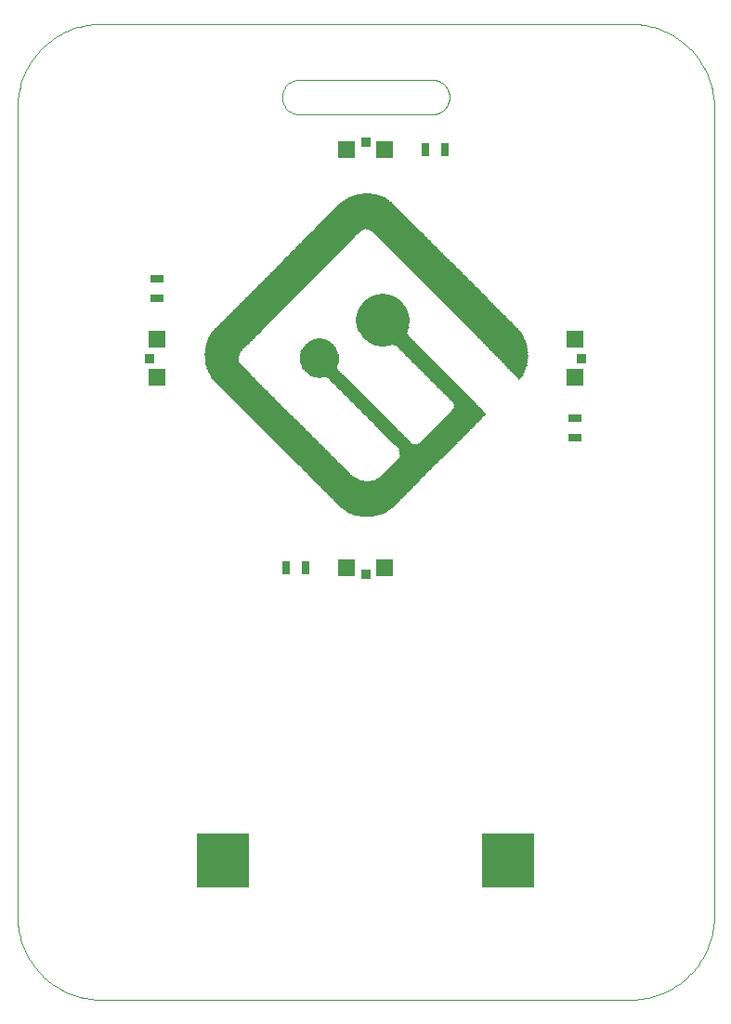
<source format=gbp>
G75*
%MOIN*%
%OFA0B0*%
%FSLAX24Y24*%
%IPPOS*%
%LPD*%
%AMOC8*
5,1,8,0,0,1.08239X$1,22.5*
%
%ADD10C,0.0000*%
%ADD11R,0.0324X0.0018*%
%ADD12R,0.0558X0.0018*%
%ADD13R,0.0738X0.0018*%
%ADD14R,0.0864X0.0018*%
%ADD15R,0.0990X0.0018*%
%ADD16R,0.1062X0.0018*%
%ADD17R,0.1170X0.0018*%
%ADD18R,0.1242X0.0018*%
%ADD19R,0.1314X0.0018*%
%ADD20R,0.1386X0.0018*%
%ADD21R,0.1458X0.0018*%
%ADD22R,0.1512X0.0018*%
%ADD23R,0.1566X0.0018*%
%ADD24R,0.1638X0.0018*%
%ADD25R,0.1674X0.0018*%
%ADD26R,0.1728X0.0018*%
%ADD27R,0.1764X0.0018*%
%ADD28R,0.1818X0.0018*%
%ADD29R,0.1854X0.0018*%
%ADD30R,0.1890X0.0018*%
%ADD31R,0.1926X0.0018*%
%ADD32R,0.1962X0.0018*%
%ADD33R,0.1998X0.0018*%
%ADD34R,0.2034X0.0018*%
%ADD35R,0.2070X0.0018*%
%ADD36R,0.2106X0.0018*%
%ADD37R,0.2142X0.0018*%
%ADD38R,0.2178X0.0018*%
%ADD39R,0.2214X0.0018*%
%ADD40R,0.2250X0.0018*%
%ADD41R,0.2286X0.0018*%
%ADD42R,0.2322X0.0018*%
%ADD43R,0.2358X0.0018*%
%ADD44R,0.2394X0.0018*%
%ADD45R,0.2430X0.0018*%
%ADD46R,0.2466X0.0018*%
%ADD47R,0.2502X0.0018*%
%ADD48R,0.2538X0.0018*%
%ADD49R,0.2574X0.0018*%
%ADD50R,0.2610X0.0018*%
%ADD51R,0.2646X0.0018*%
%ADD52R,0.2682X0.0018*%
%ADD53R,0.2718X0.0018*%
%ADD54R,0.2754X0.0018*%
%ADD55R,0.2790X0.0018*%
%ADD56R,0.2826X0.0018*%
%ADD57R,0.2862X0.0018*%
%ADD58R,0.2898X0.0018*%
%ADD59R,0.2934X0.0018*%
%ADD60R,0.2970X0.0018*%
%ADD61R,0.3006X0.0018*%
%ADD62R,0.3042X0.0018*%
%ADD63R,0.3078X0.0018*%
%ADD64R,0.3114X0.0018*%
%ADD65R,0.3150X0.0018*%
%ADD66R,0.3186X0.0018*%
%ADD67R,0.3222X0.0018*%
%ADD68R,0.3258X0.0018*%
%ADD69R,0.3294X0.0018*%
%ADD70R,0.3330X0.0018*%
%ADD71R,0.3366X0.0018*%
%ADD72R,0.3402X0.0018*%
%ADD73R,0.3438X0.0018*%
%ADD74R,0.3474X0.0018*%
%ADD75R,0.3510X0.0018*%
%ADD76R,0.3546X0.0018*%
%ADD77R,0.3582X0.0018*%
%ADD78R,0.3618X0.0018*%
%ADD79R,0.3654X0.0018*%
%ADD80R,0.3690X0.0018*%
%ADD81R,0.3726X0.0018*%
%ADD82R,0.1800X0.0018*%
%ADD83R,0.1746X0.0018*%
%ADD84R,0.1656X0.0018*%
%ADD85R,0.1602X0.0018*%
%ADD86R,0.1584X0.0018*%
%ADD87R,0.1620X0.0018*%
%ADD88R,0.1602X0.0018*%
%ADD89R,0.1548X0.0018*%
%ADD90R,0.1530X0.0018*%
%ADD91R,0.1584X0.0018*%
%ADD92R,0.1674X0.0018*%
%ADD93R,0.1692X0.0018*%
%ADD94R,0.1710X0.0018*%
%ADD95R,0.1872X0.0018*%
%ADD96R,0.1908X0.0018*%
%ADD97R,0.1944X0.0018*%
%ADD98R,0.1980X0.0018*%
%ADD99R,0.2016X0.0018*%
%ADD100R,0.2052X0.0018*%
%ADD101R,0.2088X0.0018*%
%ADD102R,0.2124X0.0018*%
%ADD103R,0.2160X0.0018*%
%ADD104R,0.1440X0.0018*%
%ADD105R,0.0684X0.0018*%
%ADD106R,0.0666X0.0018*%
%ADD107R,0.1368X0.0018*%
%ADD108R,0.1350X0.0018*%
%ADD109R,0.0648X0.0018*%
%ADD110R,0.1332X0.0018*%
%ADD111R,0.1296X0.0018*%
%ADD112R,0.1260X0.0018*%
%ADD113R,0.1224X0.0018*%
%ADD114R,0.1188X0.0018*%
%ADD115R,0.1152X0.0018*%
%ADD116R,0.1116X0.0018*%
%ADD117R,0.1080X0.0018*%
%ADD118R,0.1026X0.0018*%
%ADD119R,0.0972X0.0018*%
%ADD120R,0.0936X0.0018*%
%ADD121R,0.0918X0.0018*%
%ADD122R,0.0900X0.0018*%
%ADD123R,0.0882X0.0018*%
%ADD124R,0.0846X0.0018*%
%ADD125R,0.0828X0.0018*%
%ADD126R,0.0810X0.0018*%
%ADD127R,0.0792X0.0018*%
%ADD128R,0.0792X0.0018*%
%ADD129R,0.0018X0.0018*%
%ADD130R,0.0054X0.0018*%
%ADD131R,0.1512X0.0018*%
%ADD132R,0.0090X0.0018*%
%ADD133R,0.0108X0.0018*%
%ADD134R,0.0126X0.0018*%
%ADD135R,0.0144X0.0018*%
%ADD136R,0.1494X0.0018*%
%ADD137R,0.0342X0.0018*%
%ADD138R,0.0720X0.0018*%
%ADD139R,0.0180X0.0018*%
%ADD140R,0.1134X0.0018*%
%ADD141R,0.0198X0.0018*%
%ADD142R,0.0234X0.0018*%
%ADD143R,0.1476X0.0018*%
%ADD144R,0.0270X0.0018*%
%ADD145R,0.0288X0.0018*%
%ADD146R,0.1206X0.0018*%
%ADD147R,0.0378X0.0018*%
%ADD148R,0.1224X0.0018*%
%ADD149R,0.0396X0.0018*%
%ADD150R,0.0432X0.0018*%
%ADD151R,0.0450X0.0018*%
%ADD152R,0.1422X0.0018*%
%ADD153R,0.1242X0.0018*%
%ADD154R,0.0486X0.0018*%
%ADD155R,0.1422X0.0018*%
%ADD156R,0.0504X0.0018*%
%ADD157R,0.1404X0.0018*%
%ADD158R,0.0522X0.0018*%
%ADD159R,0.0576X0.0018*%
%ADD160R,0.0594X0.0018*%
%ADD161R,0.0630X0.0018*%
%ADD162R,0.1332X0.0018*%
%ADD163R,0.0702X0.0018*%
%ADD164R,0.1278X0.0018*%
%ADD165R,0.0774X0.0018*%
%ADD166R,0.0882X0.0018*%
%ADD167R,0.0954X0.0018*%
%ADD168R,0.1404X0.0018*%
%ADD169R,0.1008X0.0018*%
%ADD170R,0.1044X0.0018*%
%ADD171R,0.1062X0.0018*%
%ADD172R,0.1098X0.0018*%
%ADD173R,0.1152X0.0018*%
%ADD174R,0.0774X0.0018*%
%ADD175R,0.1044X0.0018*%
%ADD176R,0.0432X0.0018*%
%ADD177R,0.0702X0.0018*%
%ADD178R,0.0216X0.0018*%
%ADD179R,0.1692X0.0018*%
%ADD180R,0.1764X0.0018*%
%ADD181R,0.1782X0.0018*%
%ADD182R,0.1836X0.0018*%
%ADD183R,0.1854X0.0018*%
%ADD184R,0.1872X0.0018*%
%ADD185R,0.1782X0.0018*%
%ADD186R,0.0954X0.0018*%
%ADD187R,0.3672X0.0018*%
%ADD188R,0.3636X0.0018*%
%ADD189R,0.3600X0.0018*%
%ADD190R,0.3564X0.0018*%
%ADD191R,0.3528X0.0018*%
%ADD192R,0.3492X0.0018*%
%ADD193R,0.3456X0.0018*%
%ADD194R,0.3420X0.0018*%
%ADD195R,0.3384X0.0018*%
%ADD196R,0.3348X0.0018*%
%ADD197R,0.3312X0.0018*%
%ADD198R,0.3276X0.0018*%
%ADD199R,0.3240X0.0018*%
%ADD200R,0.3204X0.0018*%
%ADD201R,0.3168X0.0018*%
%ADD202R,0.3132X0.0018*%
%ADD203R,0.3096X0.0018*%
%ADD204R,0.3060X0.0018*%
%ADD205R,0.3024X0.0018*%
%ADD206R,0.2988X0.0018*%
%ADD207R,0.2952X0.0018*%
%ADD208R,0.2916X0.0018*%
%ADD209R,0.2880X0.0018*%
%ADD210R,0.2844X0.0018*%
%ADD211R,0.2808X0.0018*%
%ADD212R,0.2772X0.0018*%
%ADD213R,0.2736X0.0018*%
%ADD214R,0.2700X0.0018*%
%ADD215R,0.2664X0.0018*%
%ADD216R,0.2628X0.0018*%
%ADD217R,0.2592X0.0018*%
%ADD218R,0.2556X0.0018*%
%ADD219R,0.2520X0.0018*%
%ADD220R,0.2484X0.0018*%
%ADD221R,0.2448X0.0018*%
%ADD222R,0.2412X0.0018*%
%ADD223R,0.2376X0.0018*%
%ADD224R,0.2340X0.0018*%
%ADD225R,0.2304X0.0018*%
%ADD226R,0.2268X0.0018*%
%ADD227R,0.2232X0.0018*%
%ADD228R,0.2196X0.0018*%
%ADD229R,0.0306X0.0018*%
%ADD230R,0.0591X0.0591*%
%ADD231R,0.0354X0.0354*%
%ADD232R,0.1850X0.1969*%
%ADD233R,0.0315X0.0472*%
%ADD234R,0.0472X0.0315*%
D10*
X000100Y003100D02*
X000100Y032100D01*
X000102Y032207D01*
X000108Y032314D01*
X000117Y032421D01*
X000131Y032527D01*
X000148Y032633D01*
X000169Y032738D01*
X000193Y032842D01*
X000222Y032945D01*
X000254Y033047D01*
X000289Y033148D01*
X000328Y033248D01*
X000371Y033346D01*
X000417Y033443D01*
X000467Y033538D01*
X000520Y033631D01*
X000576Y033722D01*
X000636Y033811D01*
X000698Y033898D01*
X000764Y033982D01*
X000833Y034065D01*
X000904Y034144D01*
X000979Y034221D01*
X001056Y034296D01*
X001135Y034367D01*
X001218Y034436D01*
X001302Y034502D01*
X001389Y034564D01*
X001478Y034624D01*
X001569Y034680D01*
X001662Y034733D01*
X001757Y034783D01*
X001854Y034829D01*
X001952Y034872D01*
X002052Y034911D01*
X002153Y034946D01*
X002255Y034978D01*
X002358Y035007D01*
X002462Y035031D01*
X002567Y035052D01*
X002673Y035069D01*
X002779Y035083D01*
X002886Y035092D01*
X002993Y035098D01*
X003100Y035100D01*
X022100Y035100D01*
X022207Y035098D01*
X022314Y035092D01*
X022421Y035083D01*
X022527Y035069D01*
X022633Y035052D01*
X022738Y035031D01*
X022842Y035007D01*
X022945Y034978D01*
X023047Y034946D01*
X023148Y034911D01*
X023248Y034872D01*
X023346Y034829D01*
X023443Y034783D01*
X023538Y034733D01*
X023631Y034680D01*
X023722Y034624D01*
X023811Y034564D01*
X023898Y034502D01*
X023982Y034436D01*
X024065Y034367D01*
X024144Y034296D01*
X024221Y034221D01*
X024296Y034144D01*
X024367Y034065D01*
X024436Y033982D01*
X024502Y033898D01*
X024564Y033811D01*
X024624Y033722D01*
X024680Y033631D01*
X024733Y033538D01*
X024783Y033443D01*
X024829Y033346D01*
X024872Y033248D01*
X024911Y033148D01*
X024946Y033047D01*
X024978Y032945D01*
X025007Y032842D01*
X025031Y032738D01*
X025052Y032633D01*
X025069Y032527D01*
X025083Y032421D01*
X025092Y032314D01*
X025098Y032207D01*
X025100Y032100D01*
X025100Y003100D01*
X025098Y002993D01*
X025092Y002886D01*
X025083Y002779D01*
X025069Y002673D01*
X025052Y002567D01*
X025031Y002462D01*
X025007Y002358D01*
X024978Y002255D01*
X024946Y002153D01*
X024911Y002052D01*
X024872Y001952D01*
X024829Y001854D01*
X024783Y001757D01*
X024733Y001662D01*
X024680Y001569D01*
X024624Y001478D01*
X024564Y001389D01*
X024502Y001302D01*
X024436Y001218D01*
X024367Y001135D01*
X024296Y001056D01*
X024221Y000979D01*
X024144Y000904D01*
X024065Y000833D01*
X023982Y000764D01*
X023898Y000698D01*
X023811Y000636D01*
X023722Y000576D01*
X023631Y000520D01*
X023538Y000467D01*
X023443Y000417D01*
X023346Y000371D01*
X023248Y000328D01*
X023148Y000289D01*
X023047Y000254D01*
X022945Y000222D01*
X022842Y000193D01*
X022738Y000169D01*
X022633Y000148D01*
X022527Y000131D01*
X022421Y000117D01*
X022314Y000108D01*
X022207Y000102D01*
X022100Y000100D01*
X003100Y000100D01*
X002993Y000102D01*
X002886Y000108D01*
X002779Y000117D01*
X002673Y000131D01*
X002567Y000148D01*
X002462Y000169D01*
X002358Y000193D01*
X002255Y000222D01*
X002153Y000254D01*
X002052Y000289D01*
X001952Y000328D01*
X001854Y000371D01*
X001757Y000417D01*
X001662Y000467D01*
X001569Y000520D01*
X001478Y000576D01*
X001389Y000636D01*
X001302Y000698D01*
X001218Y000764D01*
X001135Y000833D01*
X001056Y000904D01*
X000979Y000979D01*
X000904Y001056D01*
X000833Y001135D01*
X000764Y001218D01*
X000698Y001302D01*
X000636Y001389D01*
X000576Y001478D01*
X000520Y001569D01*
X000467Y001662D01*
X000417Y001757D01*
X000371Y001854D01*
X000328Y001952D01*
X000289Y002052D01*
X000254Y002153D01*
X000222Y002255D01*
X000193Y002358D01*
X000169Y002462D01*
X000148Y002567D01*
X000131Y002673D01*
X000117Y002779D01*
X000108Y002886D01*
X000102Y002993D01*
X000100Y003100D01*
X010225Y031850D02*
X014975Y031850D01*
X015024Y031852D01*
X015073Y031858D01*
X015121Y031867D01*
X015168Y031881D01*
X015214Y031898D01*
X015259Y031918D01*
X015302Y031942D01*
X015342Y031969D01*
X015381Y032000D01*
X015417Y032033D01*
X015450Y032069D01*
X015481Y032108D01*
X015508Y032148D01*
X015532Y032191D01*
X015552Y032236D01*
X015569Y032282D01*
X015583Y032329D01*
X015592Y032377D01*
X015598Y032426D01*
X015600Y032475D01*
X015598Y032524D01*
X015592Y032573D01*
X015583Y032621D01*
X015569Y032668D01*
X015552Y032714D01*
X015532Y032759D01*
X015508Y032802D01*
X015481Y032842D01*
X015450Y032881D01*
X015417Y032917D01*
X015381Y032950D01*
X015342Y032981D01*
X015302Y033008D01*
X015259Y033032D01*
X015214Y033052D01*
X015168Y033069D01*
X015121Y033083D01*
X015073Y033092D01*
X015024Y033098D01*
X014975Y033100D01*
X010225Y033100D01*
X009600Y032475D02*
X009602Y032426D01*
X009608Y032377D01*
X009617Y032329D01*
X009631Y032282D01*
X009648Y032236D01*
X009668Y032191D01*
X009692Y032148D01*
X009719Y032108D01*
X009750Y032069D01*
X009783Y032033D01*
X009819Y032000D01*
X009858Y031969D01*
X009898Y031942D01*
X009941Y031918D01*
X009986Y031898D01*
X010032Y031881D01*
X010079Y031867D01*
X010127Y031858D01*
X010176Y031852D01*
X010225Y031850D01*
X009600Y032475D02*
X009602Y032524D01*
X009608Y032573D01*
X009617Y032621D01*
X009631Y032668D01*
X009648Y032714D01*
X009668Y032759D01*
X009692Y032802D01*
X009719Y032842D01*
X009750Y032881D01*
X009783Y032917D01*
X009819Y032950D01*
X009858Y032981D01*
X009898Y033008D01*
X009941Y033032D01*
X009986Y033052D01*
X010032Y033069D01*
X010079Y033083D01*
X010127Y033092D01*
X010176Y033098D01*
X010225Y033100D01*
D11*
X018093Y022506D03*
X012621Y017412D03*
D12*
X012630Y017430D03*
X010938Y023730D03*
X013224Y025350D03*
X012630Y028968D03*
X018048Y022668D03*
D13*
X017994Y022812D03*
X013998Y019986D03*
X012630Y017448D03*
X010938Y023676D03*
X013224Y025314D03*
X012630Y028950D03*
D14*
X014025Y023568D03*
X016203Y021390D03*
X017967Y022920D03*
X012621Y017466D03*
D15*
X012630Y017484D03*
X016248Y021282D03*
D16*
X016248Y021246D03*
X013224Y025224D03*
X012630Y028896D03*
X012630Y017502D03*
D17*
X012630Y017520D03*
X011244Y022452D03*
X013224Y025188D03*
X017832Y023208D03*
D18*
X012630Y017538D03*
X011028Y022632D03*
X010974Y022704D03*
X010920Y023388D03*
D19*
X010920Y023316D03*
X007500Y023370D03*
X007536Y022794D03*
X012630Y017556D03*
X017742Y023370D03*
X012630Y028842D03*
D20*
X012630Y028824D03*
X010938Y023010D03*
X007626Y022668D03*
X007608Y022686D03*
X012630Y017574D03*
X015150Y020004D03*
X017706Y023442D03*
D21*
X017652Y023532D03*
X017652Y023550D03*
X017634Y023568D03*
X013206Y025044D03*
X007590Y023532D03*
X007698Y022560D03*
X007716Y022542D03*
X012630Y017592D03*
D22*
X012639Y017610D03*
X007869Y022344D03*
X007833Y022380D03*
X007815Y022398D03*
X007635Y023604D03*
X013215Y025008D03*
X017589Y023640D03*
D23*
X017544Y023712D03*
X014592Y019536D03*
X014574Y019518D03*
X013818Y018780D03*
X012630Y017628D03*
X011388Y018834D03*
X011370Y018852D03*
X011352Y018870D03*
X011262Y018960D03*
X011244Y018978D03*
X011226Y018996D03*
X011208Y019014D03*
X011190Y019032D03*
X011172Y019050D03*
X011154Y019068D03*
X011136Y019086D03*
X011118Y019104D03*
X011100Y019122D03*
X011082Y019140D03*
X011064Y019158D03*
X011046Y019176D03*
X011028Y019194D03*
X011010Y019212D03*
X010992Y019230D03*
X010974Y019248D03*
X010956Y019266D03*
X010938Y019284D03*
X013656Y023586D03*
X013206Y024972D03*
X007698Y023694D03*
X007680Y023676D03*
D24*
X007770Y023802D03*
X007788Y023820D03*
X012630Y017646D03*
X014646Y019626D03*
X013548Y023658D03*
X013530Y023676D03*
X013206Y024918D03*
X017436Y023856D03*
X017454Y023838D03*
D25*
X017400Y023910D03*
X017382Y023928D03*
X013422Y023766D03*
X013386Y023802D03*
X013368Y023820D03*
X013350Y023838D03*
X013296Y023910D03*
X013278Y023928D03*
X013278Y023946D03*
X013260Y023964D03*
X013206Y024882D03*
X013206Y024900D03*
X011550Y018726D03*
X012630Y017664D03*
X007842Y023892D03*
D26*
X007941Y024018D03*
X007959Y024036D03*
X007977Y024054D03*
X007995Y024072D03*
X008013Y024090D03*
X010515Y026610D03*
X010533Y026628D03*
X010551Y026646D03*
X010569Y026664D03*
X010587Y026682D03*
X010605Y026700D03*
X010623Y026718D03*
X010641Y026736D03*
X010659Y026754D03*
X010677Y026772D03*
X010695Y026790D03*
X010713Y026808D03*
X010731Y026826D03*
X010749Y026844D03*
X010767Y026862D03*
X010785Y026880D03*
X010803Y026898D03*
X010821Y026916D03*
X010839Y026934D03*
X010857Y026952D03*
X010875Y026970D03*
X010893Y026988D03*
X010911Y027006D03*
X010929Y027024D03*
X010947Y027042D03*
X010965Y027060D03*
X010983Y027078D03*
X011001Y027096D03*
X011019Y027114D03*
X011037Y027132D03*
X011055Y027150D03*
X011073Y027168D03*
X011091Y027186D03*
X011109Y027204D03*
X011127Y027222D03*
X011145Y027240D03*
X011163Y027258D03*
X011181Y027276D03*
X011199Y027294D03*
X011217Y027312D03*
X011235Y027330D03*
X011253Y027348D03*
X011559Y027654D03*
X013701Y027636D03*
X013719Y027618D03*
X013935Y027402D03*
X013953Y027384D03*
X013971Y027366D03*
X013989Y027348D03*
X014007Y027330D03*
X014025Y027312D03*
X014043Y027294D03*
X014061Y027276D03*
X014079Y027258D03*
X014097Y027240D03*
X014115Y027222D03*
X014133Y027204D03*
X014151Y027186D03*
X014169Y027168D03*
X014187Y027150D03*
X014205Y027132D03*
X014223Y027114D03*
X014241Y027096D03*
X014259Y027078D03*
X014277Y027060D03*
X014295Y027042D03*
X014313Y027024D03*
X014331Y027006D03*
X014349Y026988D03*
X014367Y026970D03*
X014385Y026952D03*
X014403Y026934D03*
X014421Y026916D03*
X014439Y026898D03*
X014457Y026880D03*
X014475Y026862D03*
X014493Y026844D03*
X014511Y026826D03*
X014529Y026808D03*
X014547Y026790D03*
X014565Y026772D03*
X014583Y026754D03*
X014601Y026736D03*
X014619Y026718D03*
X014637Y026700D03*
X014655Y026682D03*
X014673Y026664D03*
X014691Y026646D03*
X014709Y026628D03*
X014727Y026610D03*
X014745Y026592D03*
X016041Y025296D03*
X016059Y025278D03*
X016077Y025260D03*
X016095Y025242D03*
X016113Y025224D03*
X016131Y025206D03*
X016149Y025188D03*
X016167Y025170D03*
X016185Y025152D03*
X016203Y025134D03*
X016221Y025116D03*
X016239Y025098D03*
X016257Y025080D03*
X016275Y025062D03*
X016293Y025044D03*
X016311Y025026D03*
X016329Y025008D03*
X016347Y024990D03*
X016365Y024972D03*
X016383Y024954D03*
X016401Y024936D03*
X016419Y024918D03*
X016437Y024900D03*
X016455Y024882D03*
X016473Y024864D03*
X016491Y024846D03*
X016509Y024828D03*
X016527Y024810D03*
X016545Y024792D03*
X016563Y024774D03*
X016581Y024756D03*
X016599Y024738D03*
X016617Y024720D03*
X016635Y024702D03*
X016653Y024684D03*
X016671Y024666D03*
X016689Y024648D03*
X016707Y024630D03*
X016725Y024612D03*
X016743Y024594D03*
X016761Y024576D03*
X016779Y024558D03*
X016797Y024540D03*
X016815Y024522D03*
X016833Y024504D03*
X016851Y024486D03*
X016869Y024468D03*
X016887Y024450D03*
X016905Y024432D03*
X016923Y024414D03*
X016941Y024396D03*
X016959Y024378D03*
X016977Y024360D03*
X016995Y024342D03*
X017013Y024324D03*
X017031Y024306D03*
X017049Y024288D03*
X017067Y024270D03*
X017085Y024252D03*
X017103Y024234D03*
X017121Y024216D03*
X017139Y024198D03*
X017157Y024180D03*
X017175Y024162D03*
X017193Y024144D03*
X017211Y024126D03*
X017229Y024108D03*
X017247Y024090D03*
X017265Y024072D03*
X017283Y024054D03*
X014691Y019716D03*
X012639Y017682D03*
X011595Y018708D03*
X013233Y024036D03*
X013233Y024054D03*
D27*
X013629Y027690D03*
X014709Y019752D03*
X012639Y017700D03*
D28*
X012630Y017718D03*
X014718Y019788D03*
X013224Y024162D03*
X013206Y024720D03*
X013206Y024738D03*
X011676Y027726D03*
D29*
X013548Y027726D03*
X013206Y024666D03*
X014718Y019806D03*
X012630Y017736D03*
D30*
X012630Y017754D03*
X013224Y024270D03*
X013224Y024288D03*
X013224Y024306D03*
X013224Y024324D03*
X013224Y024342D03*
X013206Y024576D03*
D31*
X012630Y017772D03*
D32*
X012630Y017790D03*
D33*
X012630Y017808D03*
D34*
X012630Y017826D03*
D35*
X012630Y017844D03*
D36*
X012630Y017862D03*
D37*
X012630Y017880D03*
D38*
X012630Y017898D03*
D39*
X012630Y017916D03*
D40*
X012630Y017934D03*
D41*
X012630Y017952D03*
D42*
X012630Y017970D03*
D43*
X012630Y017988D03*
D44*
X012630Y018006D03*
D45*
X012630Y018024D03*
D46*
X012630Y018042D03*
D47*
X012630Y018060D03*
D48*
X012630Y018078D03*
D49*
X012630Y018096D03*
D50*
X012630Y018114D03*
D51*
X012630Y018132D03*
D52*
X012630Y018150D03*
D53*
X012630Y018168D03*
D54*
X012630Y018186D03*
D55*
X012630Y018204D03*
D56*
X012630Y018222D03*
D57*
X012630Y018240D03*
D58*
X012630Y018258D03*
D59*
X012630Y018276D03*
D60*
X012630Y018294D03*
D61*
X012630Y018312D03*
D62*
X012630Y018330D03*
D63*
X012630Y018348D03*
D64*
X012630Y018366D03*
D65*
X012630Y018384D03*
D66*
X012630Y018402D03*
D67*
X012630Y018420D03*
D68*
X012630Y018438D03*
D69*
X012630Y018456D03*
D70*
X012630Y018474D03*
D71*
X012630Y018492D03*
D72*
X012630Y018510D03*
D73*
X012630Y018528D03*
D74*
X012630Y018546D03*
D75*
X012630Y018564D03*
D76*
X012630Y018582D03*
D77*
X012630Y018600D03*
D78*
X012630Y018618D03*
D79*
X012630Y018636D03*
D80*
X012630Y018654D03*
D81*
X012630Y018672D03*
D82*
X011649Y018690D03*
X014709Y019770D03*
X013233Y024144D03*
X013215Y024756D03*
X013593Y027708D03*
D83*
X013656Y027672D03*
X013674Y027654D03*
X012630Y028698D03*
X011604Y027690D03*
X011586Y027672D03*
X010506Y026592D03*
X010488Y026574D03*
X010470Y026556D03*
X010452Y026538D03*
X010434Y026520D03*
X010416Y026502D03*
X010398Y026484D03*
X010380Y026466D03*
X010362Y026448D03*
X010344Y026430D03*
X010326Y026412D03*
X010308Y026394D03*
X010290Y026376D03*
X010272Y026358D03*
X010254Y026340D03*
X010236Y026322D03*
X010218Y026304D03*
X010200Y026286D03*
X010182Y026268D03*
X010164Y026250D03*
X010146Y026232D03*
X010128Y026214D03*
X010110Y026196D03*
X010092Y026178D03*
X010074Y026160D03*
X010056Y026142D03*
X010038Y026124D03*
X010020Y026106D03*
X010002Y026088D03*
X009984Y026070D03*
X009966Y026052D03*
X009948Y026034D03*
X009930Y026016D03*
X009912Y025998D03*
X009894Y025980D03*
X009876Y025962D03*
X009858Y025944D03*
X009840Y025926D03*
X009822Y025908D03*
X009804Y025890D03*
X009786Y025872D03*
X009768Y025854D03*
X009750Y025836D03*
X009732Y025818D03*
X009714Y025800D03*
X009696Y025782D03*
X009678Y025764D03*
X009660Y025746D03*
X009642Y025728D03*
X009624Y025710D03*
X009606Y025692D03*
X009588Y025674D03*
X009570Y025656D03*
X009552Y025638D03*
X009534Y025620D03*
X009516Y025602D03*
X009498Y025584D03*
X009480Y025566D03*
X009462Y025548D03*
X009444Y025530D03*
X009426Y025512D03*
X009408Y025494D03*
X009390Y025476D03*
X009372Y025458D03*
X009354Y025440D03*
X009336Y025422D03*
X009318Y025404D03*
X009300Y025386D03*
X009282Y025368D03*
X009264Y025350D03*
X009246Y025332D03*
X009228Y025314D03*
X009210Y025296D03*
X009192Y025278D03*
X009174Y025260D03*
X009156Y025242D03*
X009138Y025224D03*
X009120Y025206D03*
X009102Y025188D03*
X009084Y025170D03*
X009066Y025152D03*
X009048Y025134D03*
X009030Y025116D03*
X009012Y025098D03*
X008994Y025080D03*
X008976Y025062D03*
X008958Y025044D03*
X008940Y025026D03*
X008922Y025008D03*
X008904Y024990D03*
X008886Y024972D03*
X008868Y024954D03*
X008850Y024936D03*
X008832Y024918D03*
X008814Y024900D03*
X008796Y024882D03*
X008778Y024864D03*
X008760Y024846D03*
X008742Y024828D03*
X008724Y024810D03*
X008706Y024792D03*
X008688Y024774D03*
X008670Y024756D03*
X008652Y024738D03*
X008634Y024720D03*
X008616Y024702D03*
X008598Y024684D03*
X008580Y024666D03*
X008562Y024648D03*
X008544Y024630D03*
X008526Y024612D03*
X008508Y024594D03*
X008490Y024576D03*
X008472Y024558D03*
X008454Y024540D03*
X008436Y024522D03*
X008418Y024504D03*
X008400Y024486D03*
X008382Y024468D03*
X008364Y024450D03*
X008346Y024432D03*
X008328Y024414D03*
X008310Y024396D03*
X008292Y024378D03*
X008274Y024360D03*
X008256Y024342D03*
X008238Y024324D03*
X008220Y024306D03*
X008202Y024288D03*
X008184Y024270D03*
X008166Y024252D03*
X008148Y024234D03*
X008130Y024216D03*
X008112Y024198D03*
X008094Y024180D03*
X008076Y024162D03*
X008058Y024144D03*
X008040Y024126D03*
X008022Y024108D03*
X013224Y024072D03*
X013206Y024810D03*
X013206Y024828D03*
X014862Y026484D03*
X014880Y026466D03*
X014898Y026448D03*
X014916Y026430D03*
X014934Y026412D03*
X014952Y026394D03*
X014970Y026376D03*
X014988Y026358D03*
X015006Y026340D03*
X015024Y026322D03*
X015042Y026304D03*
X015060Y026286D03*
X015078Y026268D03*
X015096Y026250D03*
X015114Y026232D03*
X015132Y026214D03*
X015150Y026196D03*
X015168Y026178D03*
X015186Y026160D03*
X015204Y026142D03*
X015222Y026124D03*
X015240Y026106D03*
X015258Y026088D03*
X015276Y026070D03*
X015294Y026052D03*
X015312Y026034D03*
X015330Y026016D03*
X015348Y025998D03*
X015366Y025980D03*
X015384Y025962D03*
X015402Y025944D03*
X015420Y025926D03*
X015438Y025908D03*
X015456Y025890D03*
X015474Y025872D03*
X015492Y025854D03*
X015510Y025836D03*
X015528Y025818D03*
X015546Y025800D03*
X015564Y025782D03*
X015582Y025764D03*
X015600Y025746D03*
X015618Y025728D03*
X015636Y025710D03*
X015654Y025692D03*
X015672Y025674D03*
X015690Y025656D03*
X015708Y025638D03*
X015726Y025620D03*
X015744Y025602D03*
X015762Y025584D03*
X015780Y025566D03*
X015798Y025548D03*
X015816Y025530D03*
X015834Y025512D03*
X015852Y025494D03*
X015870Y025476D03*
X015888Y025458D03*
X015906Y025440D03*
X015924Y025422D03*
X015942Y025404D03*
X015960Y025386D03*
X015978Y025368D03*
X015996Y025350D03*
X016014Y025332D03*
X016032Y025314D03*
X014844Y026502D03*
X014826Y026520D03*
X014808Y026538D03*
X014790Y026556D03*
X014772Y026574D03*
X014700Y019734D03*
X013638Y018690D03*
D84*
X013701Y018708D03*
X014655Y019644D03*
X013503Y023694D03*
X013485Y023712D03*
X013467Y023730D03*
X013449Y023748D03*
X013341Y023856D03*
X013323Y023874D03*
X013305Y023892D03*
X012621Y028734D03*
X017409Y023892D03*
X017427Y023874D03*
X011523Y018744D03*
X007815Y023856D03*
X007797Y023838D03*
D85*
X013206Y024954D03*
X013602Y023622D03*
X013746Y018726D03*
D86*
X013773Y018744D03*
X013791Y018762D03*
X014601Y019554D03*
X011433Y018798D03*
X011415Y018816D03*
X007707Y023712D03*
X007725Y023730D03*
X017517Y023748D03*
X017535Y023730D03*
D87*
X017481Y023802D03*
X017463Y023820D03*
X014637Y019608D03*
X013575Y023640D03*
X013215Y024936D03*
X011487Y018762D03*
X007743Y023766D03*
X007761Y023784D03*
D88*
X007734Y023748D03*
X011460Y018780D03*
X014628Y019590D03*
X017508Y023766D03*
X017490Y023784D03*
X012630Y028752D03*
D89*
X012621Y028770D03*
X013215Y024990D03*
X009831Y020382D03*
X009813Y020400D03*
X009795Y020418D03*
X009777Y020436D03*
X009759Y020454D03*
X009741Y020472D03*
X009723Y020490D03*
X009705Y020508D03*
X009687Y020526D03*
X009669Y020544D03*
X009651Y020562D03*
X009633Y020580D03*
X009615Y020598D03*
X009597Y020616D03*
X009579Y020634D03*
X009561Y020652D03*
X009543Y020670D03*
X009525Y020688D03*
X009507Y020706D03*
X009489Y020724D03*
X009471Y020742D03*
X009453Y020760D03*
X009435Y020778D03*
X009417Y020796D03*
X009399Y020814D03*
X009381Y020832D03*
X009363Y020850D03*
X009345Y020868D03*
X009327Y020886D03*
X009309Y020904D03*
X009291Y020922D03*
X009849Y020364D03*
X009867Y020346D03*
X009885Y020328D03*
X009903Y020310D03*
X009921Y020292D03*
X009939Y020274D03*
X009957Y020256D03*
X009975Y020238D03*
X009993Y020220D03*
X010011Y020202D03*
X010029Y020184D03*
X010047Y020166D03*
X010065Y020148D03*
X010083Y020130D03*
X010101Y020112D03*
X010119Y020094D03*
X010137Y020076D03*
X010155Y020058D03*
X010173Y020040D03*
X010191Y020022D03*
X010209Y020004D03*
X010227Y019986D03*
X010245Y019968D03*
X010263Y019950D03*
X010281Y019932D03*
X010299Y019914D03*
X010317Y019896D03*
X010335Y019878D03*
X010353Y019860D03*
X010371Y019842D03*
X010389Y019824D03*
X010407Y019806D03*
X010425Y019788D03*
X010443Y019770D03*
X010461Y019752D03*
X010479Y019734D03*
X010497Y019716D03*
X010515Y019698D03*
X010533Y019680D03*
X010551Y019662D03*
X010569Y019644D03*
X010587Y019626D03*
X010605Y019608D03*
X010623Y019590D03*
X010641Y019572D03*
X010659Y019554D03*
X010677Y019536D03*
X010695Y019518D03*
X010713Y019500D03*
X010731Y019482D03*
X010749Y019464D03*
X010767Y019446D03*
X010785Y019428D03*
X010803Y019410D03*
X010821Y019392D03*
X010839Y019374D03*
X010857Y019356D03*
X010875Y019338D03*
X010893Y019320D03*
X010911Y019302D03*
X011271Y018942D03*
X011289Y018924D03*
X011307Y018906D03*
X011325Y018888D03*
X013845Y018798D03*
X013863Y018816D03*
X013881Y018834D03*
X014547Y019482D03*
X014565Y019500D03*
X017571Y023676D03*
X017553Y023694D03*
X007671Y023658D03*
D90*
X007662Y023640D03*
X007644Y023622D03*
X007878Y022326D03*
X007896Y022308D03*
X007914Y022290D03*
X007932Y022272D03*
X007950Y022254D03*
X007968Y022236D03*
X007986Y022218D03*
X008004Y022200D03*
X008022Y022182D03*
X008040Y022164D03*
X008058Y022146D03*
X008076Y022128D03*
X008094Y022110D03*
X008112Y022092D03*
X008130Y022074D03*
X008148Y022056D03*
X008166Y022038D03*
X008184Y022020D03*
X008202Y022002D03*
X008220Y021984D03*
X008238Y021966D03*
X008256Y021948D03*
X008274Y021930D03*
X008292Y021912D03*
X008310Y021894D03*
X008328Y021876D03*
X008346Y021858D03*
X008364Y021840D03*
X008382Y021822D03*
X008400Y021804D03*
X008418Y021786D03*
X008436Y021768D03*
X008454Y021750D03*
X008472Y021732D03*
X008490Y021714D03*
X008508Y021696D03*
X008526Y021678D03*
X008544Y021660D03*
X008562Y021642D03*
X008580Y021624D03*
X008598Y021606D03*
X008616Y021588D03*
X008634Y021570D03*
X008652Y021552D03*
X008670Y021534D03*
X008688Y021516D03*
X008706Y021498D03*
X008724Y021480D03*
X008742Y021462D03*
X008760Y021444D03*
X008778Y021426D03*
X008796Y021408D03*
X008814Y021390D03*
X008832Y021372D03*
X008850Y021354D03*
X008868Y021336D03*
X008886Y021318D03*
X008904Y021300D03*
X008922Y021282D03*
X008940Y021264D03*
X008958Y021246D03*
X008976Y021228D03*
X008994Y021210D03*
X009012Y021192D03*
X009030Y021174D03*
X009048Y021156D03*
X009066Y021138D03*
X009084Y021120D03*
X009102Y021102D03*
X009120Y021084D03*
X009138Y021066D03*
X009156Y021048D03*
X009174Y021030D03*
X009192Y021012D03*
X009210Y020994D03*
X009228Y020976D03*
X009246Y020958D03*
X009264Y020940D03*
X013908Y018852D03*
X013926Y018870D03*
X013944Y018888D03*
X013962Y018906D03*
X013980Y018924D03*
X013998Y018942D03*
X014016Y018960D03*
X014034Y018978D03*
X014052Y018996D03*
X014070Y019014D03*
X014088Y019032D03*
X014106Y019050D03*
X014124Y019068D03*
X014142Y019086D03*
X014160Y019104D03*
X014178Y019122D03*
X014196Y019140D03*
X014214Y019158D03*
X014232Y019176D03*
X014250Y019194D03*
X014268Y019212D03*
X014286Y019230D03*
X014304Y019248D03*
X014322Y019266D03*
X014340Y019284D03*
X014358Y019302D03*
X014376Y019320D03*
X014394Y019338D03*
X014412Y019356D03*
X014430Y019374D03*
X014448Y019392D03*
X014466Y019410D03*
X014484Y019428D03*
X014502Y019446D03*
X014520Y019464D03*
X017580Y023658D03*
D91*
X014619Y019572D03*
X013629Y023604D03*
D92*
X013404Y023784D03*
X014664Y019662D03*
X007824Y023874D03*
D93*
X007869Y023928D03*
X014673Y019680D03*
X017373Y023946D03*
X017355Y023964D03*
D94*
X017328Y024000D03*
X017310Y024018D03*
X017292Y024036D03*
X013926Y027420D03*
X013908Y027438D03*
X013890Y027456D03*
X013872Y027474D03*
X013854Y027492D03*
X013836Y027510D03*
X013818Y027528D03*
X013800Y027546D03*
X013782Y027564D03*
X013764Y027582D03*
X013746Y027600D03*
X013206Y024864D03*
X013206Y024846D03*
X013242Y024018D03*
X011262Y027366D03*
X011280Y027384D03*
X011298Y027402D03*
X011316Y027420D03*
X011334Y027438D03*
X011352Y027456D03*
X011388Y027492D03*
X011406Y027510D03*
X011424Y027528D03*
X011442Y027546D03*
X011460Y027564D03*
X011478Y027582D03*
X011496Y027600D03*
X011514Y027618D03*
X011532Y027636D03*
X007932Y024000D03*
X007914Y023982D03*
X007896Y023964D03*
X014682Y019698D03*
D95*
X014727Y019824D03*
X012621Y028644D03*
D96*
X012621Y028626D03*
X013215Y024558D03*
X013215Y024540D03*
X013215Y024522D03*
X013215Y024504D03*
X013215Y024486D03*
X013215Y024468D03*
X013215Y024450D03*
X013215Y024432D03*
X013215Y024414D03*
X013215Y024396D03*
X013215Y024378D03*
X013215Y024360D03*
X014727Y019842D03*
D97*
X014727Y019860D03*
X012621Y028608D03*
D98*
X012621Y028590D03*
X014727Y019878D03*
D99*
X014727Y019896D03*
X012621Y028572D03*
D100*
X012621Y028554D03*
X014727Y019914D03*
D101*
X014727Y019932D03*
X012621Y028536D03*
D102*
X012621Y028518D03*
X014727Y019950D03*
D103*
X014727Y019968D03*
X012621Y028500D03*
D104*
X012621Y028806D03*
X013215Y025062D03*
X015105Y019986D03*
X017661Y023514D03*
X007689Y022578D03*
X007671Y022596D03*
X007581Y023514D03*
D105*
X013953Y020004D03*
D106*
X013926Y020022D03*
X013908Y020040D03*
X013890Y020058D03*
X013872Y020076D03*
X013854Y020094D03*
X013836Y020112D03*
X013818Y020130D03*
X013800Y020148D03*
X013782Y020166D03*
X013764Y020184D03*
X013746Y020202D03*
X013728Y020220D03*
X013710Y020238D03*
X013692Y020256D03*
X013674Y020274D03*
X013656Y020292D03*
X013638Y020310D03*
X013620Y020328D03*
X013602Y020346D03*
X013584Y020364D03*
X013566Y020382D03*
X013548Y020400D03*
X013530Y020418D03*
X013512Y020436D03*
X013494Y020454D03*
X013476Y020472D03*
X013458Y020490D03*
X013440Y020508D03*
X013422Y020526D03*
X013404Y020544D03*
X013386Y020562D03*
X013368Y020580D03*
X011568Y022380D03*
X011550Y022398D03*
X013224Y025332D03*
X018012Y022758D03*
D107*
X017715Y023424D03*
X015195Y020040D03*
X015177Y020022D03*
X013215Y025098D03*
X010929Y023226D03*
X010929Y023208D03*
X010929Y023190D03*
X010929Y023172D03*
X010929Y022992D03*
X010929Y022974D03*
X010929Y022956D03*
X010929Y022938D03*
X010929Y022920D03*
X007599Y022704D03*
X007581Y022722D03*
X007527Y023442D03*
D108*
X007518Y023424D03*
X007518Y023406D03*
X007572Y022740D03*
X010920Y023244D03*
X010920Y023262D03*
X015222Y020058D03*
X015240Y020076D03*
X015258Y020094D03*
X015276Y020112D03*
X015294Y020130D03*
X015312Y020148D03*
X015330Y020166D03*
X015348Y020184D03*
X015366Y020202D03*
X015384Y020220D03*
X015402Y020238D03*
X015420Y020256D03*
X015438Y020274D03*
X015456Y020292D03*
X015474Y020310D03*
X015492Y020328D03*
X015510Y020346D03*
X015528Y020364D03*
X015546Y020382D03*
X015564Y020400D03*
X015582Y020418D03*
X015600Y020436D03*
X015618Y020454D03*
X015636Y020472D03*
X015654Y020490D03*
X015672Y020508D03*
X015690Y020526D03*
X015708Y020544D03*
X015726Y020562D03*
X015744Y020580D03*
X015762Y020598D03*
X015780Y020616D03*
X015798Y020634D03*
X015816Y020652D03*
X015834Y020670D03*
X015852Y020688D03*
X015870Y020706D03*
X015888Y020724D03*
X015906Y020742D03*
X015924Y020760D03*
X015942Y020778D03*
X015960Y020796D03*
X015978Y020814D03*
X015996Y020832D03*
X016014Y020850D03*
X016032Y020868D03*
X016050Y020886D03*
X016068Y020904D03*
X016086Y020922D03*
X016104Y020940D03*
X016122Y020958D03*
X016140Y020976D03*
X016158Y020994D03*
X016176Y021012D03*
X016194Y021030D03*
X016212Y021048D03*
X016230Y021066D03*
X016248Y021084D03*
X017724Y023406D03*
D109*
X018021Y022740D03*
X013359Y020598D03*
X013341Y020616D03*
X013323Y020634D03*
X013305Y020652D03*
X013287Y020670D03*
X013269Y020688D03*
X013251Y020706D03*
X013233Y020724D03*
X013215Y020742D03*
X013197Y020760D03*
X013179Y020778D03*
X013161Y020796D03*
X013143Y020814D03*
X013125Y020832D03*
X013107Y020850D03*
X013089Y020868D03*
X013071Y020886D03*
X013053Y020904D03*
X013035Y020922D03*
X013017Y020940D03*
X012999Y020958D03*
X012981Y020976D03*
X012963Y020994D03*
X012945Y021012D03*
X012927Y021030D03*
X012909Y021048D03*
X012891Y021066D03*
X012873Y021084D03*
X012855Y021102D03*
X012837Y021120D03*
X012819Y021138D03*
X012801Y021156D03*
X012783Y021174D03*
X012765Y021192D03*
X012747Y021210D03*
X012729Y021228D03*
X012711Y021246D03*
X012693Y021264D03*
X012675Y021282D03*
X012657Y021300D03*
X012639Y021318D03*
X012621Y021336D03*
X012603Y021354D03*
X012585Y021372D03*
X012567Y021390D03*
X012549Y021408D03*
X012531Y021426D03*
X012513Y021444D03*
X012495Y021462D03*
X012477Y021480D03*
X012459Y021498D03*
X012441Y021516D03*
X012423Y021534D03*
X012405Y021552D03*
X012387Y021570D03*
X012369Y021588D03*
X012351Y021606D03*
X012333Y021624D03*
X012315Y021642D03*
X012297Y021660D03*
X012279Y021678D03*
X012261Y021696D03*
X012243Y021714D03*
X012225Y021732D03*
X012207Y021750D03*
X012189Y021768D03*
X012171Y021786D03*
X012153Y021804D03*
X012135Y021822D03*
X012117Y021840D03*
X012099Y021858D03*
X012081Y021876D03*
X012063Y021894D03*
X012045Y021912D03*
X012027Y021930D03*
X012009Y021948D03*
X011991Y021966D03*
X011973Y021984D03*
X011955Y022002D03*
X011937Y022020D03*
X011919Y022038D03*
X011901Y022056D03*
X011883Y022074D03*
X011865Y022092D03*
X011847Y022110D03*
X011829Y022128D03*
X011811Y022146D03*
X011793Y022164D03*
X011775Y022182D03*
X011757Y022200D03*
X011739Y022218D03*
X011721Y022236D03*
X011703Y022254D03*
X011685Y022272D03*
X011667Y022290D03*
X011649Y022308D03*
X011631Y022326D03*
X011613Y022344D03*
X011595Y022362D03*
D110*
X016257Y021102D03*
D111*
X016257Y021120D03*
X017769Y023334D03*
X017751Y023352D03*
X013215Y025134D03*
X010929Y023334D03*
X010929Y022848D03*
X010929Y022830D03*
X007527Y022812D03*
X007473Y023316D03*
X007473Y023334D03*
X007491Y023352D03*
D112*
X007455Y023262D03*
X007455Y023244D03*
X007491Y022866D03*
X010947Y022776D03*
X010947Y022758D03*
X010929Y023370D03*
X013215Y025152D03*
X016257Y021138D03*
X017787Y023298D03*
D113*
X017805Y023262D03*
X016257Y021156D03*
X011145Y022524D03*
X011127Y022542D03*
X011091Y022578D03*
X011073Y022596D03*
X011001Y022668D03*
X010983Y022686D03*
X010965Y022722D03*
X007473Y022902D03*
X007455Y022938D03*
X007437Y023064D03*
X007437Y023082D03*
X007437Y023100D03*
X007437Y023118D03*
X007437Y023136D03*
X007437Y023154D03*
X007437Y023172D03*
X012621Y028860D03*
D114*
X010929Y023442D03*
X011199Y022488D03*
X011217Y022470D03*
X007437Y023046D03*
X016257Y021174D03*
X017823Y023226D03*
D115*
X017841Y023190D03*
X016257Y021192D03*
D116*
X016257Y021210D03*
X017859Y023154D03*
X013215Y025206D03*
X010929Y023496D03*
D117*
X010929Y023514D03*
X016257Y021228D03*
X017877Y023118D03*
D118*
X017904Y023064D03*
X016248Y021264D03*
X010938Y023550D03*
D119*
X010929Y023586D03*
X016239Y021300D03*
X017913Y023028D03*
D120*
X017931Y022992D03*
X016239Y021318D03*
D121*
X016230Y021336D03*
X017940Y022974D03*
X010938Y023604D03*
D122*
X016221Y021354D03*
X017949Y022956D03*
D123*
X016212Y021372D03*
D124*
X016194Y021408D03*
X010938Y023640D03*
X012630Y028932D03*
D125*
X017967Y022902D03*
X016185Y021426D03*
D126*
X016176Y021444D03*
X016158Y021462D03*
X017976Y022884D03*
X014070Y023550D03*
X013224Y025296D03*
D127*
X014115Y023514D03*
X014169Y023460D03*
X014205Y023424D03*
X014223Y023406D03*
X014259Y023370D03*
X014295Y023334D03*
X014313Y023316D03*
X014349Y023280D03*
X014385Y023244D03*
X014403Y023226D03*
X014439Y023190D03*
X014475Y023154D03*
X014493Y023136D03*
X014529Y023100D03*
X014565Y023064D03*
X014583Y023046D03*
X014619Y023010D03*
X014655Y022974D03*
X014673Y022956D03*
X014709Y022920D03*
X014745Y022884D03*
X014763Y022866D03*
X014799Y022830D03*
X014835Y022794D03*
X014853Y022776D03*
X014889Y022740D03*
X014925Y022704D03*
X014943Y022686D03*
X014979Y022650D03*
X015015Y022614D03*
X015033Y022596D03*
X015069Y022560D03*
X015105Y022524D03*
X015123Y022506D03*
X015159Y022470D03*
X015195Y022434D03*
X015213Y022416D03*
X015249Y022380D03*
X015285Y022344D03*
X015303Y022326D03*
X015339Y022290D03*
X015375Y022254D03*
X015393Y022236D03*
X015429Y022200D03*
X015465Y022164D03*
X015483Y022146D03*
X015519Y022110D03*
X015555Y022074D03*
X015573Y022056D03*
X015609Y022020D03*
X015645Y021984D03*
X015663Y021966D03*
X015699Y021930D03*
X015735Y021894D03*
X015753Y021876D03*
X015789Y021840D03*
X015825Y021804D03*
X015843Y021786D03*
X015879Y021750D03*
X015915Y021714D03*
X015933Y021696D03*
X015969Y021660D03*
X016005Y021624D03*
X016023Y021606D03*
X016059Y021570D03*
X016095Y021534D03*
X016113Y021516D03*
X016149Y021480D03*
X017985Y022866D03*
X010929Y023658D03*
D128*
X014097Y023532D03*
X014151Y023478D03*
X014187Y023442D03*
X014241Y023388D03*
X014277Y023352D03*
X014331Y023298D03*
X014367Y023262D03*
X014421Y023208D03*
X014457Y023172D03*
X014511Y023118D03*
X014547Y023082D03*
X014601Y023028D03*
X014637Y022992D03*
X014691Y022938D03*
X014727Y022902D03*
X014781Y022848D03*
X014817Y022812D03*
X014871Y022758D03*
X014907Y022722D03*
X014961Y022668D03*
X014997Y022632D03*
X015051Y022578D03*
X015087Y022542D03*
X015141Y022488D03*
X015177Y022452D03*
X015231Y022398D03*
X015267Y022362D03*
X015321Y022308D03*
X015357Y022272D03*
X015411Y022218D03*
X015447Y022182D03*
X015501Y022128D03*
X015537Y022092D03*
X015591Y022038D03*
X015627Y022002D03*
X015681Y021948D03*
X015717Y021912D03*
X015771Y021858D03*
X015807Y021822D03*
X015861Y021768D03*
X015897Y021732D03*
X015951Y021678D03*
X015987Y021642D03*
X016041Y021588D03*
X016077Y021552D03*
X016131Y021498D03*
D129*
X018120Y022326D03*
D130*
X018120Y022344D03*
D131*
X017607Y023622D03*
X007851Y022362D03*
D132*
X018120Y022362D03*
D133*
X018111Y022380D03*
D134*
X010938Y022398D03*
D135*
X018111Y022398D03*
D136*
X017616Y023604D03*
X013206Y025026D03*
X012630Y028788D03*
X007626Y023586D03*
X007752Y022488D03*
X007770Y022452D03*
X007788Y022434D03*
X007806Y022416D03*
D137*
X010938Y022416D03*
X018084Y022524D03*
D138*
X018003Y022794D03*
X011505Y022416D03*
D139*
X018111Y022416D03*
D140*
X017850Y023172D03*
X012630Y028878D03*
X011280Y022434D03*
D141*
X013224Y025386D03*
X018102Y022434D03*
D142*
X018102Y022452D03*
D143*
X017625Y023586D03*
X007761Y022470D03*
X007743Y022506D03*
X007725Y022524D03*
X007599Y023550D03*
X007617Y023568D03*
D144*
X018102Y022470D03*
D145*
X018093Y022488D03*
X013197Y023532D03*
D146*
X013224Y025170D03*
X011172Y022506D03*
X010938Y023424D03*
X007464Y022920D03*
X007446Y022956D03*
X007446Y022974D03*
X007446Y022992D03*
X007446Y023010D03*
X007446Y023028D03*
X017814Y023244D03*
D147*
X018084Y022542D03*
X010938Y023766D03*
D148*
X010929Y023406D03*
X011019Y022650D03*
X011109Y022560D03*
D149*
X013215Y025368D03*
X018075Y022560D03*
D150*
X018075Y022578D03*
D151*
X018066Y022596D03*
D152*
X007662Y022614D03*
X007572Y023496D03*
D153*
X007446Y023226D03*
X007446Y023208D03*
X007446Y023190D03*
X007482Y022884D03*
X010956Y022740D03*
X011046Y022614D03*
X017796Y023280D03*
D154*
X018066Y022614D03*
X010938Y023748D03*
D155*
X007644Y022632D03*
X017670Y023496D03*
D156*
X018057Y022632D03*
D157*
X017697Y023460D03*
X013215Y025080D03*
X007563Y023478D03*
X007545Y023460D03*
X007635Y022650D03*
D158*
X018048Y022650D03*
D159*
X018039Y022686D03*
X013215Y023568D03*
D160*
X018030Y022704D03*
D161*
X018030Y022722D03*
X010938Y023712D03*
D162*
X010929Y023298D03*
X010929Y023280D03*
X010929Y022902D03*
X010929Y022884D03*
X010929Y022866D03*
X013215Y025116D03*
X017733Y023388D03*
X007563Y022758D03*
X007545Y022776D03*
X007509Y023388D03*
D163*
X018012Y022776D03*
D164*
X017778Y023316D03*
X010920Y023352D03*
X010938Y022812D03*
X010938Y022794D03*
X007518Y022830D03*
X007500Y022848D03*
X007464Y023280D03*
X007464Y023298D03*
D165*
X017994Y022848D03*
X017994Y022830D03*
D166*
X017958Y022938D03*
X013224Y025278D03*
X010938Y023622D03*
D167*
X012630Y028914D03*
X017922Y023010D03*
D168*
X017679Y023478D03*
X010929Y023154D03*
X010929Y023136D03*
X010929Y023118D03*
X010929Y023100D03*
X010929Y023082D03*
X010929Y023064D03*
X010929Y023046D03*
X010929Y023028D03*
D169*
X010929Y023568D03*
X013215Y025242D03*
X017913Y023046D03*
D170*
X017895Y023082D03*
D171*
X017886Y023100D03*
D172*
X017868Y023136D03*
D173*
X010929Y023460D03*
X010929Y023478D03*
D174*
X014142Y023496D03*
D175*
X010929Y023532D03*
D176*
X013197Y023550D03*
D177*
X010938Y023694D03*
D178*
X010929Y023784D03*
D179*
X013251Y023982D03*
X013251Y024000D03*
X011361Y027474D03*
X012621Y028716D03*
X017337Y023982D03*
X007887Y023946D03*
X007851Y023910D03*
D180*
X011631Y027708D03*
X013233Y024090D03*
D181*
X013224Y024108D03*
X013224Y024126D03*
X012630Y028680D03*
D182*
X012621Y028662D03*
X013215Y024702D03*
X013215Y024684D03*
X013233Y024180D03*
D183*
X013224Y024198D03*
X013224Y024216D03*
X013224Y024234D03*
X013224Y024252D03*
D184*
X013215Y024594D03*
X013215Y024612D03*
X013215Y024630D03*
X013215Y024648D03*
D185*
X013206Y024774D03*
X013206Y024792D03*
D186*
X013224Y025260D03*
D187*
X012621Y027744D03*
D188*
X012621Y027762D03*
D189*
X012621Y027780D03*
D190*
X012621Y027798D03*
D191*
X012621Y027816D03*
D192*
X012621Y027834D03*
D193*
X012621Y027852D03*
D194*
X012621Y027870D03*
D195*
X012621Y027888D03*
D196*
X012621Y027906D03*
D197*
X012621Y027924D03*
D198*
X012621Y027942D03*
D199*
X012621Y027960D03*
D200*
X012621Y027978D03*
D201*
X012621Y027996D03*
D202*
X012621Y028014D03*
D203*
X012621Y028032D03*
D204*
X012621Y028050D03*
D205*
X012621Y028068D03*
D206*
X012621Y028086D03*
D207*
X012621Y028104D03*
D208*
X012621Y028122D03*
D209*
X012621Y028140D03*
D210*
X012621Y028158D03*
D211*
X012621Y028176D03*
D212*
X012621Y028194D03*
D213*
X012621Y028212D03*
D214*
X012621Y028230D03*
D215*
X012621Y028248D03*
D216*
X012621Y028266D03*
D217*
X012621Y028284D03*
D218*
X012621Y028302D03*
D219*
X012621Y028320D03*
D220*
X012621Y028338D03*
D221*
X012621Y028356D03*
D222*
X012621Y028374D03*
D223*
X012621Y028392D03*
D224*
X012621Y028410D03*
D225*
X012621Y028428D03*
D226*
X012621Y028446D03*
D227*
X012621Y028464D03*
D228*
X012621Y028482D03*
D229*
X012630Y028986D03*
D230*
X013289Y030600D03*
X011911Y030600D03*
X005100Y023789D03*
X005100Y022411D03*
X011911Y015600D03*
X013289Y015600D03*
X020100Y022411D03*
X020100Y023789D03*
D231*
X020356Y023100D03*
X012600Y015344D03*
X004844Y023100D03*
X012600Y030856D03*
D232*
X007482Y005100D03*
X017718Y005100D03*
D233*
X010454Y015600D03*
X009746Y015600D03*
X014746Y030600D03*
X015454Y030600D03*
D234*
X020100Y020954D03*
X020100Y020246D03*
X005100Y025246D03*
X005100Y025954D03*
M02*

</source>
